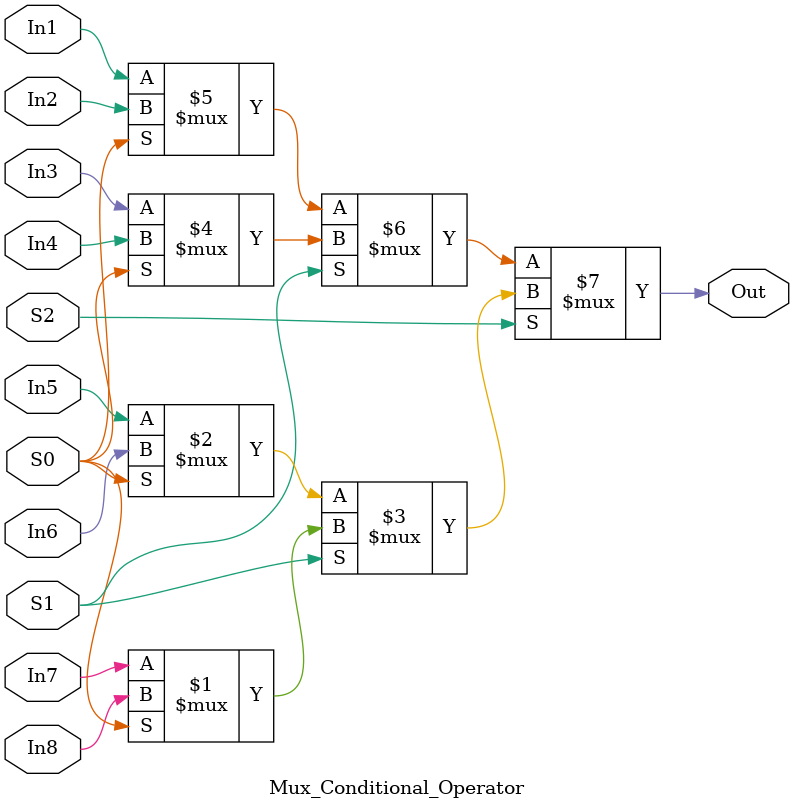
<source format=v>
`timescale 1ns / 1ps


module Mux_Conditional_Operator(Out, S0, S1, S2, In1, In2, In3, In4, In5, In6, In7, In8);
input S0, S1, S2, In1, In2, In3, In4, In5, In6, In7, In8;
output Out;

//Logic
//assign Out = condition ? True : False;
//assign Out = S ? In2 : In1;       //2-to-1
//assign Out = S0 ? (S1 ? In4 : In3) : (S1 ? In2 : In1);        //4-to-1 Mux

assign Out = S2 ? (S1 ? (S0 ? In8 : In7) : (S0 ? In6 : In5)) :(S1 ? (S0 ? In4 : In3) : (S0 ? In2 : In1));
endmodule

</source>
